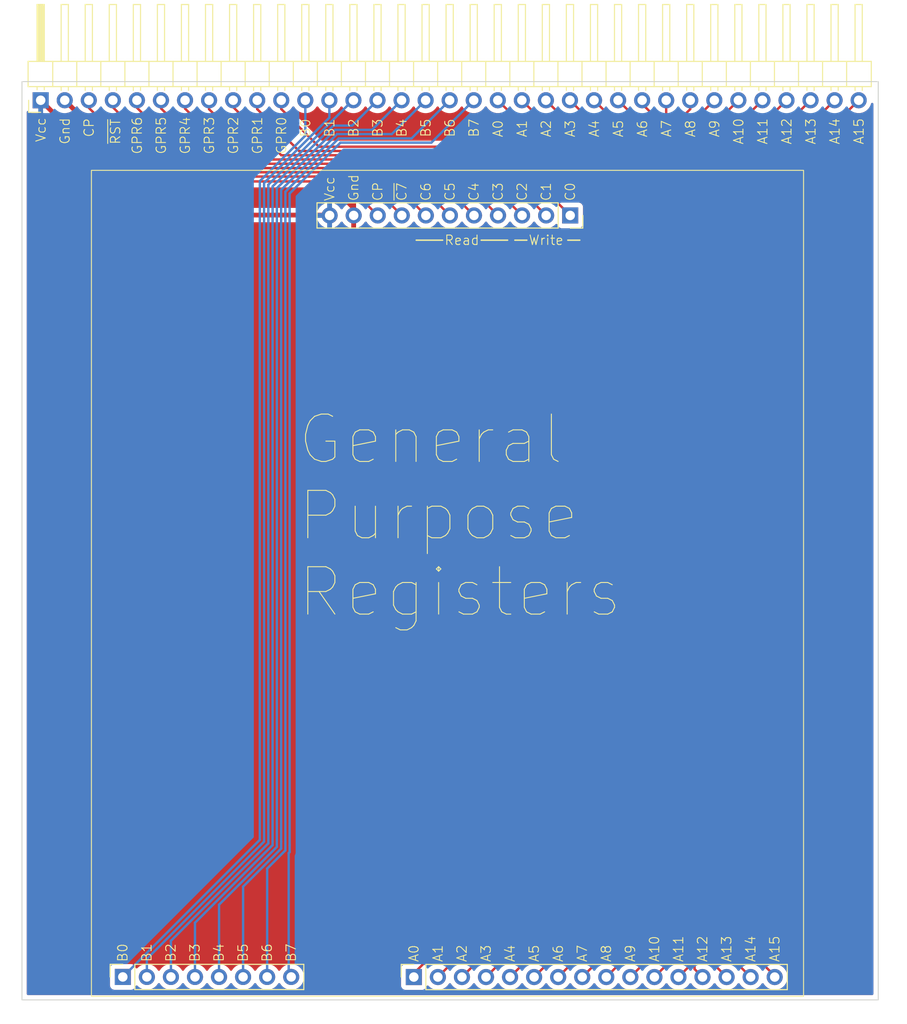
<source format=kicad_pcb>
(kicad_pcb (version 20211014) (generator pcbnew)
  (layers (0 "F.Cu" signal) (31 "B.Cu" signal) (34 "B.Paste" user) (35 "F.Paste" user) (36 "B.SilkS" user "B.Silkscreen") (37 "F.SilkS" user "F.Silkscreen") (38 "B.Mask" user) (39 "F.Mask" user) (44 "Edge.Cuts" user))
  (net 0 "")
  (net 1 "CONTROL0")
  (net 2 "CONTROL1")
  (net 3 "CONTROL2")
  (net 4 "CONTROL3")
  (net 5 "CONTROL4")
  (net 6 "CONTROL5")
  (net 7 "CONTROL6")
  (net 8 "~{CONTROL7}")
  (net 9 "BUS0")
  (net 10 "BUS1")
  (net 11 "BUS2")
  (net 12 "BUS3")
  (net 13 "BUS4")
  (net 14 "BUS5")
  (net 15 "BUS6")
  (net 16 "BUS7")
  (net 17 "ADDR0")
  (net 18 "ADDR1")
  (net 19 "ADDR2")
  (net 20 "ADDR3")
  (net 21 "ADDR4")
  (net 22 "ADDR5")
  (net 23 "ADDR6")
  (net 24 "ADDR7")
  (net 25 "ADDR8")
  (net 26 "ADDR9")
  (net 27 "ADDR10")
  (net 28 "VCC")
  (net 29 "GND")
  (net 30 "CLOCK")
  (net 31 "ADDR15")
  (net 32 "ADDR14")
  (net 33 "ADDR13")
  (net 34 "ADDR12")
  (net 35 "ADDR11")
  (footprint "Connector_PinSocket_2.54mm:PinSocket_1x08_P2.54mm_Vertical" (layer "F.Cu") (at 100.595 152.77 90)
    (fp_text reference "J2" hide)
    (fp_text value "Conn_01x16" hide)
    (fp_line (start -1.33 1.27) (end 1.33 1.27) (layer "F.SilkS") (width 0.12))
    (fp_line (start 1.33 -1.33) (end 1.33 0) (layer "F.SilkS") (width 0.12))
    (fp_line (start -1.33 1.27) (end -1.33 19.11) (layer "F.SilkS") (width 0.12))
    (fp_line (start 0 -1.33) (end 1.33 -1.33) (layer "F.SilkS") (width 0.12))
    (fp_line (start 1.33 1.27) (end 1.33 19.11) (layer "F.SilkS") (width 0.12))
    (fp_line (start -1.33 19.11) (end 1.33 19.11) (layer "F.SilkS") (width 0.12))
    (pad "1" thru_hole rect locked (at 0 0 90) (size 1.7 1.7) (drill 1) (layers *.Cu *.Mask) (net 9 "BUS0"))
    (pad "2" thru_hole oval locked (at 0 2.54 90) (size 1.7 1.7) (drill 1) (layers *.Cu *.Mask) (net 10 "BUS1"))
    (pad "3" thru_hole oval locked (at 0 5.08 90) (size 1.7 1.7) (drill 1) (layers *.Cu *.Mask) (net 11 "BUS2"))
    (pad "4" thru_hole oval locked (at 0 7.62 90) (size 1.7 1.7) (drill 1) (layers *.Cu *.Mask) (net 12 "BUS3"))
    (pad "5" thru_hole oval locked (at 0 10.16 90) (size 1.7 1.7) (drill 1) (layers *.Cu *.Mask) (net 13 "BUS4"))
    (pad "6" thru_hole oval locked (at 0 12.7 90) (size 1.7 1.7) (drill 1) (layers *.Cu *.Mask) (net 14 "BUS5"))
    (pad "7" thru_hole oval locked (at 0 15.24 90) (size 1.7 1.7) (drill 1) (layers *.Cu *.Mask) (net 15 "BUS6"))
    (pad "8" thru_hole oval locked (at 0 17.78 90) (size 1.7 1.7) (drill 1) (layers *.Cu *.Mask) (net 16 "BUS7"))
  )
  (footprint "Connector_PinHeader_2.54mm:PinHeader_1x35_P2.54mm_Horizontal" (layer "F.Cu") (at 91.925 60.3 90)
    (fp_text reference "J3" hide)
    (fp_text value "Conn_01x35" hide)
    (fp_line (start 1.44 77.47) (end 4.1 77.47) (layer "F.SilkS") (width 0.12))
    (fp_line (start 1.042929 65.66) (end 1.44 65.66) (layer "F.SilkS") (width 0.12))
    (fp_line (start 1.042929 73.28) (end 1.44 73.28) (layer "F.SilkS") (width 0.12))
    (fp_line (start 4.1 32.64) (end 10.1 32.64) (layer "F.SilkS") (width 0.12))
    (fp_line (start 1.042929 58.8) (end 1.44 58.8) (layer "F.SilkS") (width 0.12))
    (fp_line (start 1.44 1.27) (end 4.1 1.27) (layer "F.SilkS") (width 0.12))
    (fp_line (start 1.042929 10.54) (end 1.44 10.54) (layer "F.SilkS") (width 0.12))
    (fp_line (start 10.1 43.56) (end 4.1 43.56) (layer "F.SilkS") (width 0.12))
    (fp_line (start 1.042929 17.4) (end 1.44 17.4) (layer "F.SilkS") (width 0.12))
    (fp_line (start 10.1 84.2) (end 4.1 84.2) (layer "F.SilkS") (width 0.12))
    (fp_line (start 1.44 62.23) (end 4.1 62.23) (layer "F.SilkS") (width 0.12))
    (fp_line (start 10.1 48.64) (end 4.1 48.64) (layer "F.SilkS") (width 0.12))
    (fp_line (start 1.042929 7.24) (end 1.44 7.24) (layer "F.SilkS") (width 0.12))
    (fp_line (start 10.1 23.24) (end 4.1 23.24) (layer "F.SilkS") (width 0.12))
    (fp_line (start 10.1 -0.38) (end 10.1 0.38) (layer "F.SilkS") (width 0.12))
    (fp_line (start 10.1 28.32) (end 4.1 28.32) (layer "F.SilkS") (width 0.12))
    (fp_line (start 4.1 35.18) (end 10.1 35.18) (layer "F.SilkS") (width 0.12))
    (fp_line (start 1.042929 41.02) (end 1.44 41.02) (layer "F.SilkS") (width 0.12))
    (fp_line (start 4.1 83.44) (end 10.1 83.44) (layer "F.SilkS") (width 0.12))
    (fp_line (start 10.1 22.48) (end 10.1 23.24) (layer "F.SilkS") (width 0.12))
    (fp_line (start 10.1 35.94) (end 4.1 35.94) (layer "F.SilkS") (width 0.12))
    (fp_line (start 1.44 -1.33) (end 1.44 87.69) (layer "F.SilkS") (width 0.12))
    (fp_line (start 1.44 74.93) (end 4.1 74.93) (layer "F.SilkS") (width 0.12))
    (fp_line (start 10.1 51.18) (end 4.1 51.18) (layer "F.SilkS") (width 0.12))
    (fp_line (start 1.44 57.15) (end 4.1 57.15) (layer "F.SilkS") (width 0.12))
    (fp_line (start 4.1 55.5) (end 10.1 55.5) (layer "F.SilkS") (width 0.12))
    (fp_line (start 10.1 68.96) (end 4.1 68.96) (layer "F.SilkS") (width 0.12))
    (fp_line (start 4.1 87.69) (end 4.1 -1.33) (layer "F.SilkS") (width 0.12))
    (fp_line (start 1.042929 23.24) (end 1.44 23.24) (layer "F.SilkS") (width 0.12))
    (fp_line (start 10.1 55.5) (end 10.1 56.26) (layer "F.SilkS") (width 0.12))
    (fp_line (start 10.1 46.1) (end 4.1 46.1) (layer "F.SilkS") (width 0.12))
    (fp_line (start 10.1 85.98) (end 10.1 86.74) (layer "F.SilkS") (width 0.12))
    (fp_line (start 10.1 74.04) (end 4.1 74.04) (layer "F.SilkS") (width 0.12))
    (fp_line (start 1.042929 70.74) (end 1.44 70.74) (layer "F.SilkS") (width 0.12))
    (fp_line (start 1.042929 68.96) (end 1.44 68.96) (layer "F.SilkS") (width 0.12))
    (fp_line (start 1.042929 8) (end 1.44 8) (layer "F.SilkS") (width 0.12))
    (fp_line (start 4.1 0.16) (end 10.1 0.16) (layer "F.SilkS") (width 0.12))
    (fp_line (start 1.042929 46.1) (end 1.44 46.1) (layer "F.SilkS") (width 0.12))
    (fp_line (start 1.44 26.67) (end 4.1 26.67) (layer "F.SilkS") (width 0.12))
    (fp_line (start 10.1 79.12) (end 4.1 79.12) (layer "F.SilkS") (width 0.12))
    (fp_line (start 1.042929 27.56) (end 1.44 27.56) (layer "F.SilkS") (width 0.12))
    (fp_line (start 1.44 82.55) (end 4.1 82.55) (layer "F.SilkS") (width 0.12))
    (fp_line (start 4.1 25.02) (end 10.1 25.02) (layer "F.SilkS") (width 0.12))
    (fp_line (start 10.1 70.74) (end 10.1 71.5) (layer "F.SilkS") (width 0.12))
    (fp_line (start 10.1 7.24) (end 10.1 8) (layer "F.SilkS") (width 0.12))
    (fp_line (start 10.1 60.58) (end 10.1 61.34) (layer "F.SilkS") (width 0.12))
    (fp_line (start 1.042929 28.32) (end 1.44 28.32) (layer "F.SilkS") (width 0.12))
    (fp_line (start 1.042929 74.04) (end 1.44 74.04) (layer "F.SilkS") (width 0.12))
    (fp_line (start 1.042929 68.2) (end 1.44 68.2) (layer "F.SilkS") (width 0.12))
    (fp_line (start 1.042929 83.44) (end 1.44 83.44) (layer "F.SilkS") (width 0.12))
    (fp_line (start 10.1 25.02) (end 10.1 25.78) (layer "F.SilkS") (width 0.12))
    (fp_line (start -1.27 0) (end -1.27 -1.27) (layer "F.SilkS") (width 0.12))
    (fp_line (start 1.042929 40.26) (end 1.44 40.26) (layer "F.SilkS") (width 0.12))
    (fp_line (start 4.1 78.36) (end 10.1 78.36) (layer "F.SilkS") (width 0.12))
    (fp_line (start 1.042929 38.48) (end 1.44 38.48) (layer "F.SilkS") (width 0.12))
    (fp_line (start 4.1 47.88) (end 10.1 47.88) (layer "F.SilkS") (width 0.12))
    (fp_line (start 10.1 61.34) (end 4.1 61.34) (layer "F.SilkS") (width 0.12))
    (fp_line (start 4.1 63.12) (end 10.1 63.12) (layer "F.SilkS") (width 0.12))
    (fp_line (start 4.1 9.78) (end 10.1 9.78) (layer "F.SilkS") (width 0.12))
    (fp_line (start 1.042929 25.78) (end 1.44 25.78) (layer "F.SilkS") (width 0.12))
    (fp_line (start 4.1 12.32) (end 10.1 12.32) (layer "F.SilkS") (width 0.12))
    (fp_line (start 1.44 21.59) (end 4.1 21.59) (layer "F.SilkS") (width 0.12))
    (fp_line (start 10.1 63.88) (end 4.1 63.88) (layer "F.SilkS") (width 0.12))
    (fp_line (start 10.1 41.02) (end 4.1 41.02) (layer "F.SilkS") (width 0.12))
    (fp_line (start 10.1 27.56) (end 10.1 28.32) (layer "F.SilkS") (width 0.12))
    (fp_line (start 1.042929 47.88) (end 1.44 47.88) (layer "F.SilkS") (width 0.12))
    (fp_line (start 4.1 65.66) (end 10.1 65.66) (layer "F.SilkS") (width 0.12))
    (fp_line (start 10.1 30.86) (end 4.1 30.86) (layer "F.SilkS") (width 0.12))
    (fp_line (start 10.1 58.8) (end 4.1 58.8) (layer "F.SilkS") (width 0.12))
    (fp_line (start 4.1 19.94) (end 10.1 19.94) (layer "F.SilkS") (width 0.12))
    (fp_line (start 4.1 -0.32) (end 10.1 -0.32) (layer "F.SilkS") (width 0.12))
    (fp_line (start 1.042929 75.82) (end 1.44 75.82) (layer "F.SilkS") (width 0.12))
    (fp_line (start 4.1 0.04) (end 10.1 0.04) (layer "F.SilkS") (width 0.12))
    (fp_line (start 10.1 53.72) (end 4.1 53.72) (layer "F.SilkS") (width 0.12))
    (fp_line (start 10.1 10.54) (end 4.1 10.54) (layer "F.SilkS") (width 0.12))
    (fp_line (start 10.1 4.7) (end 10.1 5.46) (layer "F.SilkS") (width 0.12))
    (fp_line (start 1.042929 42.8) (end 1.44 42.8) (layer "F.SilkS") (width 0.12))
    (fp_line (start 10.1 17.4) (end 10.1 18.16) (layer "F.SilkS") (width 0.12))
    (fp_line (start 1.042929 80.9) (end 1.44 80.9) (layer "F.SilkS") (width 0.12))
    (fp_line (start 1.042929 61.34) (end 1.44 61.34) (layer "F.SilkS") (width 0.12))
    (fp_line (start 4.1 75.82) (end 10.1 75.82) (layer "F.SilkS") (width 0.12))
    (fp_line (start 4.1 40.26) (end 10.1 40.26) (layer "F.SilkS") (width 0.12))
    (fp_line (start 10.1 35.18) (end 10.1 35.94) (layer "F.SilkS") (width 0.12))
    (fp_line (start 10.1 45.34) (end 10.1 46.1) (layer "F.SilkS") (width 0.12))
    (fp_line (start 10.1 58.04) (end 10.1 58.8) (layer "F.SilkS") (width 0.12))
    (fp_line (start 1.042929 63.88) (end 1.44 63.88) (layer "F.SilkS") (width 0.12))
    (fp_line (start 1.042929 9.78) (end 1.44 9.78) (layer "F.SilkS") (width 0.12))
    (fp_line (start 4.1 70.74) (end 10.1 70.74) (layer "F.SilkS") (width 0.12))
    (fp_line (start 4.1 -1.33) (end 1.44 -1.33) (layer "F.SilkS") (width 0.12))
    (fp_line (start 10.1 32.64) (end 10.1 33.4) (layer "F.SilkS") (width 0.12))
    (fp_line (start 10.1 81.66) (end 4.1 81.66) (layer "F.SilkS") (width 0.12))
    (fp_line (start 1.44 80.01) (end 4.1 80.01) (layer "F.SilkS") (width 0.12))
    (fp_line (start 1.44 44.45) (end 4.1 44.45) (layer "F.SilkS") (width 0.12))
    (fp_line (start 1.042929 71.5) (end 1.44 71.5) (layer "F.SilkS") (width 0.12))
    (fp_line (start 1.042929 2.92) (end 1.44 2.92) (layer "F.SilkS") (width 0.12))
    (fp_line (start 4.1 80.9) (end 10.1 80.9) (layer "F.SilkS") (width 0.12))
    (fp_line (start 1.042929 20.7) (end 1.44 20.7) (layer "F.SilkS") (width 0.12))
    (fp_line (start 1.042929 18.16) (end 1.44 18.16) (layer "F.SilkS") (width 0.12))
    (fp_line (start 1.042929 15.62) (end 1.44 15.62) (layer "F.SilkS") (width 0.12))
    (fp_line (start 10.1 19.94) (end 10.1 20.7) (layer "F.SilkS") (width 0.12))
    (fp_line (start 4.1 17.4) (end 10.1 17.4) (layer "F.SilkS") (width 0.12))
    (fp_line (start 1.042929 30.86) (end 1.44 30.86) (layer "F.SilkS") (width 0.12))
    (fp_line (start 10.1 15.62) (end 4.1 15.62) (layer "F.SilkS") (width 0.12))
    (fp_line (start 1.44 34.29) (end 4.1 34.29) (layer "F.SilkS") (width 0.12))
    (fp_line (start 4.1 60.58) (end 10.1 60.58) (layer "F.SilkS") (width 0.12))
    (fp_line (start 1.44 24.13) (end 4.1 24.13) (layer "F.SilkS") (width 0.12))
    (fp_line (start 4.1 52.96) (end 10.1 52.96) (layer "F.SilkS") (width 0.12))
    (fp_line (start 1.44 85.09) (end 4.1 85.09) (layer "F.SilkS") (width 0.12))
    (fp_line (start 1.042929 66.42) (end 1.44 66.42) (layer "F.SilkS") (width 0.12))
    (fp_line (start 1.042929 32.64) (end 1.44 32.64) (layer "F.SilkS") (width 0.12))
    (fp_line (start 1.44 3.81) (end 4.1 3.81) (layer "F.SilkS") (width 0.12))
    (fp_line (start 4.1 30.1) (end 10.1 30.1) (layer "F.SilkS") (width 0.12))
    (fp_line (start 4.1 58.04) (end 10.1 58.04) (layer "F.SilkS") (width 0.12))
    (fp_line (start 1.44 36.83) (end 4.1 36.83) (layer "F.SilkS") (width 0.12))
    (fp_line (start 4.1 68.2) (end 10.1 68.2) (layer "F.SilkS") (width 0.12))
    (fp_line (start 10.1 68.2) (end 10.1 68.96) (layer "F.SilkS") (width 0.12))
    (fp_line (start 10.1 78.36) (end 10.1 79.12) (layer "F.SilkS") (width 0.12))
    (fp_line (start 1.44 54.61) (end 4.1 54.61) (layer "F.SilkS") (width 0.12))
    (fp_line (start 1.042929 5.46) (end 1.44 5.46) (layer "F.SilkS") (width 0.12))
    (fp_line (start 10.1 0.38) (end 4.1 0.38) (layer "F.SilkS") (width 0.12))
    (fp_line (start 1.042929 51.18) (end 1.44 51.18) (layer "F.SilkS") (width 0.12))
    (fp_line (start 1.44 31.75) (end 4.1 31.75) (layer "F.SilkS") (width 0.12))
    (fp_line (start 1.44 39.37) (end 4.1 39.37) (layer "F.SilkS") (width 0.12))
    (fp_line (start 4.1 85.98) (end 10.1 85.98) (layer "F.SilkS") (width 0.12))
    (fp_line (start 10.1 86.74) (end 4.1 86.74) (layer "F.SilkS") (width 0.12))
    (fp_line (start 4.1 45.34) (end 10.1 45.34) (layer "F.SilkS") (width 0.12))
    (fp_line (start 1.042929 79.12) (end 1.44 79.12) (layer "F.SilkS") (width 0.12))
    (fp_line (start 1.042929 60.58) (end 1.44 60.58) (layer "F.SilkS") (width 0.12))
    (fp_line (start 1.042929 37.72) (end 1.44 37.72) (layer "F.SilkS") (width 0.12))
    (fp_line (start 1.042929 4.7) (end 1.44 4.7) (layer "F.SilkS") (width 0.12))
    (fp_line (start 10.1 80.9) (end 10.1 81.66) (layer "F.SilkS") (width 0.12))
    (fp_line (start 10.1 76.58) (end 4.1 76.58) (layer "F.SilkS") (width 0.12))
    (fp_line (start 10.1 75.82) (end 10.1 76.58) (layer "F.SilkS") (width 0.12))
    (fp_line (start 1.44 64.77) (end 4.1 64.77) (layer "F.SilkS") (width 0.12))
    (fp_line (start 1.042929 52.96) (end 1.44 52.96) (layer "F.SilkS") (width 0.12))
    (fp_line (start 4.1 27.56) (end 10.1 27.56) (layer "F.SilkS") (width 0.12))
    (fp_line (start 1.042929 50.42) (end 1.44 50.42) (layer "F.SilkS") (width 0.12))
    (fp_line (start 10.1 71.5) (end 4.1 71.5) (layer "F.SilkS") (width 0.12))
    (fp_line (start 1.042929 63.12) (end 1.44 63.12) (layer "F.SilkS") (width 0.12))
    (fp_line (start 1.44 72.39) (end 4.1 72.39) (layer "F.SilkS") (width 0.12))
    (fp_line (start 1.44 19.05) (end 4.1 19.05) (layer "F.SilkS") (width 0.12))
    (fp_line (start 10.1 40.26) (end 10.1 41.02) (layer "F.SilkS") (width 0.12))
    (fp_line (start 10.1 30.1) (end 10.1 30.86) (layer "F.SilkS") (width 0.12))
    (fp_line (start 10.1 13.08) (end 4.1 13.08) (layer "F.SilkS") (width 0.12))
    (fp_line (start 1.042929 43.56) (end 1.44 43.56) (layer "F.SilkS") (width 0.12))
    (fp_line (start 10.1 25.78) (end 4.1 25.78) (layer "F.SilkS") (width 0.12))
    (fp_line (start 4.1 14.86) (end 10.1 14.86) (layer "F.SilkS") (width 0.12))
    (fp_line (start 1.042929 35.18) (end 1.44 35.18) (layer "F.SilkS") (width 0.12))
    (fp_line (start 10.1 5.46) (end 4.1 5.46) (layer "F.SilkS") (width 0.12))
    (fp_line (start 1.042929 78.36) (end 1.44 78.36) (layer "F.SilkS") (width 0.12))
    (fp_line (start 1.44 13.97) (end 4.1 13.97) (layer "F.SilkS") (width 0.12))
    (fp_line (start 10.1 14.86) (end 10.1 15.62) (layer "F.SilkS") (width 0.12))
    (fp_line (start 4.1 42.8) (end 10.1 42.8) (layer "F.SilkS") (width 0.12))
    (fp_line (start 10.1 2.16) (end 10.1 2.92) (layer "F.SilkS") (width 0.12))
    (fp_line (start 1.042929 14.86) (end 1.44 14.86) (layer "F.SilkS") (width 0.12))
    (fp_line (start 1.042929 19.94) (end 1.44 19.94) (layer "F.SilkS") (width 0.12))
    (fp_line (start 10.1 83.44) (end 10.1 84.2) (layer "F.SilkS") (width 0.12))
    (fp_line (start 1.042929 48.64) (end 1.44 48.64) (layer "F.SilkS") (width 0.12))
    (fp_line (start 1.44 46.99) (end 4.1 46.99) (layer "F.SilkS") (width 0.12))
    (fp_line (start 4.1 73.28) (end 10.1 73.28) (layer "F.SilkS") (width 0.12))
    (fp_line (start 1.042929 85.98) (end 1.44 85.98) (layer "F.SilkS") (width 0.12))
    (fp_line (start 10.1 73.28) (end 10.1 74.04) (layer "F.SilkS") (width 0.12))
    (fp_line (start 4.1 37.72) (end 10.1 37.72) (layer "F.SilkS") (width 0.12))
    (fp_line (start 1.44 69.85) (end 4.1 69.85) (layer "F.SilkS") (width 0.12))
    (fp_line (start 4.1 2.16) (end 10.1 2.16) (layer "F.SilkS") (width 0.12))
    (fp_line (start 10.1 52.96) (end 10.1 53.72) (layer "F.SilkS") (width 0.12))
    (fp_line (start 1.11 -0.38) (end 1.44 -0.38) (layer "F.SilkS") (width 0.12))
    (fp_line (start 10.1 18.16) (end 4.1 18.16) (layer "F.SilkS") (width 0.12))
    (fp_line (start 10.1 50.42) (end 10.1 51.18) (layer "F.SilkS") (width 0.12))
    (fp_line (start 1.042929 12.32) (end 1.44 12.32) (layer "F.SilkS") (width 0.12))
    (fp_line (start 1.042929 25.02) (end 1.44 25.02) (layer "F.SilkS") (width 0.12))
    (fp_line (start 4.1 -0.38) (end 10.1 -0.38) (layer "F.SilkS") (width 0.12))
    (fp_line (start 1.042929 58.04) (end 1.44 58.04) (layer "F.SilkS") (width 0.12))
    (fp_line (start 4.1 50.42) (end 10.1 50.42) (layer "F.SilkS") (width 0.12))
    (fp_line (start 10.1 63.12) (end 10.1 63.88) (layer "F.SilkS") (width 0.12))
    (fp_line (start 10.1 12.32) (end 10.1 13.08) (layer "F.SilkS") (width 0.12))
    (fp_line (start 1.042929 56.26) (end 1.44 56.26) (layer "F.SilkS") (width 0.12))
    (fp_line (start 10.1 33.4) (end 4.1 33.4) (layer "F.SilkS") (width 0.12))
    (fp_line (start 1.042929 76.58) (end 1.44 76.58) (layer "F.SilkS") (width 0.12))
    (fp_line (start 4.1 0.28) (end 10.1 0.28) (layer "F.SilkS") (width 0.12))
    (fp_line (start 10.1 56.26) (end 4.1 56.26) (layer "F.SilkS") (width 0.12))
    (fp_line (start 1.44 16.51) (end 4.1 16.51) (layer "F.SilkS") (width 0.12))
    (fp_line (start 1.042929 45.34) (end 1.44 45.34) (layer "F.SilkS") (width 0.12))
    (fp_line (start 10.1 66.42) (end 4.1 66.42) (layer "F.SilkS") (width 0.12))
    (fp_line (start 10.1 37.72) (end 10.1 38.48) (layer "F.SilkS") (width 0.12))
    (fp_line (start 1.44 6.35) (end 4.1 6.35) (layer "F.SilkS") (width 0.12))
    (fp_line (start 10.1 47.88) (end 10.1 48.64) (layer "F.SilkS") (width 0.12))
    (fp_line (start 1.44 59.69) (end 4.1 59.69) (layer "F.SilkS") (width 0.12))
    (fp_line (start 1.11 0.38) (end 1.44 0.38) (layer "F.SilkS") (width 0.12))
    (fp_line (start 1.44 11.43) (end 4.1 11.43) (layer "F.SilkS") (width 0.12))
    (fp_line (start 4.1 7.24) (end 10.1 7.24) (layer "F.SilkS") (width 0.12))
    (fp_line (start 1.44 52.07) (end 4.1 52.07) (layer "F.SilkS") (width 0.12))
    (fp_line (start 1.042929 53.72) (end 1.44 53.72) (layer "F.SilkS") (width 0.12))
    (fp_line (start 1.042929 2.16) (end 1.44 2.16) (layer "F.SilkS") (width 0.12))
    (fp_line (start 4.1 -0.08) (end 10.1 -0.08) (layer "F.SilkS") (width 0.12))
    (fp_line (start 4.1 4.7) (end 10.1 4.7) (layer "F.SilkS") (width 0.12))
    (fp_line (start 1.44 87.69) (end 4.1 87.69) (layer "F.SilkS") (width 0.12))
    (fp_line (start 1.042929 13.08) (end 1.44 13.08) (layer "F.SilkS") (width 0.12))
    (fp_line (start 1.042929 30.1) (end 1.44 30.1) (layer "F.SilkS") (width 0.12))
    (fp_line (start 10.1 42.8) (end 10.1 43.56) (layer "F.SilkS") (width 0.12))
    (fp_line (start 1.042929 84.2) (end 1.44 84.2) (layer "F.SilkS") (width 0.12))
    (fp_line (start 4.1 -0.2) (end 10.1 -0.2) (layer "F.SilkS") (width 0.12))
    (fp_line (start 1.44 29.21) (end 4.1 29.21) (layer "F.SilkS") (width 0.12))
    (fp_line (start 1.44 8.89) (end 4.1 8.89) (layer "F.SilkS") (width 0.12))
    (fp_line (start 10.1 8) (end 4.1 8) (layer "F.SilkS") (width 0.12))
    (fp_line (start 10.1 65.66) (end 10.1 66.42) (layer "F.SilkS") (width 0.12))
    (fp_line (start 10.1 2.92) (end 4.1 2.92) (layer "F.SilkS") (width 0.12))
    (fp_line (start 1.042929 35.94) (end 1.44 35.94) (layer "F.SilkS") (width 0.12))
    (fp_line (start -1.27 -1.27) (end 0 -1.27) (layer "F.SilkS") (width 0.12))
    (fp_line (start 4.1 22.48) (end 10.1 22.48) (layer "F.SilkS") (width 0.12))
    (fp_line (start 1.44 67.31) (end 4.1 67.31) (layer "F.SilkS") (width 0.12))
    (fp_line (start 1.44 49.53) (end 4.1 49.53) (layer "F.SilkS") (width 0.12))
    (fp_line (start 10.1 38.48) (end 4.1 38.48) (layer "F.SilkS") (width 0.12))
    (fp_line (start 1.042929 55.5) (end 1.44 55.5) (layer "F.SilkS") (width 0.12))
    (fp_line (start 1.042929 81.66) (end 1.44 81.66) (layer "F.SilkS") (width 0.12))
    (fp_line (start 1.042929 33.4) (end 1.44 33.4) (layer "F.SilkS") (width 0.12))
    (fp_line (start 1.042929 22.48) (end 1.44 22.48) (layer "F.SilkS") (width 0.12))
    (fp_line (start 10.1 20.7) (end 4.1 20.7) (layer "F.SilkS") (width 0.12))
    (fp_line (start 1.44 41.91) (end 4.1 41.91) (layer "F.SilkS") (width 0.12))
    (fp_line (start 1.042929 86.74) (end 1.44 86.74) (layer "F.SilkS") (width 0.12))
    (fp_line (start 10.1 9.78) (end 10.1 10.54) (layer "F.SilkS") (width 0.12))
    (pad "1" thru_hole rect locked (at 0 0 90) (size 1.7 1.7) (drill 1) (layers *.Cu *.Mask) (net 28 "VCC"))
    (pad "2" thru_hole oval locked (at 0 2.54 90) (size 1.7 1.7) (drill 1) (layers *.Cu *.Mask) (net 29 "GND"))
    (pad "3" thru_hole oval locked (at 0 5.08 90) (size 1.7 1.7) (drill 1) (layers *.Cu *.Mask) (net 30 "CLOCK"))
    (pad "4" thru_hole oval locked (at 0 7.62 90) (size 1.7 1.7) (drill 1) (layers *.Cu *.Mask) (net 8 "~{CONTROL7}"))
    (pad "5" thru_hole oval locked (at 0 10.16 90) (size 1.7 1.7) (drill 1) (layers *.Cu *.Mask) (net 7 "CONTROL6"))
    (pad "6" thru_hole oval locked (at 0 12.7 90) (size 1.7 1.7) (drill 1) (layers *.Cu *.Mask) (net 6 "CONTROL5"))
    (pad "7" thru_hole oval locked (at 0 15.24 90) (size 1.7 1.7) (drill 1) (layers *.Cu *.Mask) (net 5 "CONTROL4"))
    (pad "8" thru_hole oval locked (at 0 17.78 90) (size 1.7 1.7) (drill 1) (layers *.Cu *.Mask) (net 4 "CONTROL3"))
    (pad "9" thru_hole oval locked (at 0 20.32 90) (size 1.7 1.7) (drill 1) (layers *.Cu *.Mask) (net 3 "CONTROL2"))
    (pad "10" thru_hole oval locked (at 0 22.86 90) (size 1.7 1.7) (drill 1) (layers *.Cu *.Mask) (net 2 "CONTROL1"))
    (pad "11" thru_hole oval locked (at 0 25.4 90) (size 1.7 1.7) (drill 1) (layers *.Cu *.Mask) (net 1 "CONTROL0"))
    (pad "12" thru_hole oval locked (at 0 27.94 90) (size 1.7 1.7) (drill 1) (layers *.Cu *.Mask) (net 9 "BUS0"))
    (pad "13" thru_hole oval locked (at 0 30.48 90) (size 1.7 1.7) (drill 1) (layers *.Cu *.Mask) (net 10 "BUS1"))
    (pad "14" thru_hole oval locked (at 0 33.02 90) (size 1.7 1.7) (drill 1) (layers *.Cu *.Mask) (net 11 "BUS2"))
    (pad "15" thru_hole oval locked (at 0 35.56 90) (size 1.7 1.7) (drill 1) (layers *.Cu *.Mask) (net 12 "BUS3"))
    (pad "16" thru_hole oval locked (at 0 38.1 90) (size 1.7 1.7) (drill 1) (layers *.Cu *.Mask) (net 13 "BUS4"))
    (pad "17" thru_hole oval locked (at 0 40.64 90) (size 1.7 1.7) (drill 1) (layers *.Cu *.Mask) (net 14 "BUS5"))
    (pad "18" thru_hole oval locked (at 0 43.18 90) (size 1.7 1.7) (drill 1) (layers *.Cu *.Mask) (net 15 "BUS6"))
    (pad "19" thru_hole oval locked (at 0 45.72 90) (size 1.7 1.7) (drill 1) (layers *.Cu *.Mask) (net 16 "BUS7"))
    (pad "20" thru_hole oval locked (at 0 48.26 90) (size 1.7 1.7) (drill 1) (layers *.Cu *.Mask) (net 17 "ADDR0"))
    (pad "21" thru_hole oval locked (at 0 50.8 90) (size 1.7 1.7) (drill 1) (layers *.Cu *.Mask) (net 18 "ADDR1"))
    (pad "22" thru_hole oval locked (at 0 53.34 90) (size 1.7 1.7) (drill 1) (layers *.Cu *.Mask) (net 19 "ADDR2"))
    (pad "23" thru_hole oval locked (at 0 55.88 90) (size 1.7 1.7) (drill 1) (layers *.Cu *.Mask) (net 20 "ADDR3"))
    (pad "24" thru_hole oval locked (at 0 58.42 90) (size 1.7 1.7) (drill 1) (layers *.Cu *.Mask) (net 21 "ADDR4"))
    (pad "25" thru_hole oval locked (at 0 60.96 90) (size 1.7 1.7) (drill 1) (layers *.Cu *.Mask) (net 22 "ADDR5"))
    (pad "26" thru_hole oval locked (at 0 63.5 90) (size 1.7 1.7) (drill 1) (layers *.Cu *.Mask) (net 23 "ADDR6"))
    (pad "27" thru_hole oval locked (at 0 66.04 90) (size 1.7 1.7) (drill 1) (layers *.Cu *.Mask) (net 24 "ADDR7"))
    (pad "28" thru_hole oval locked (at 0 68.58 90) (size 1.7 1.7) (drill 1) (layers *.Cu *.Mask) (net 25 "ADDR8"))
    (pad "29" thru_hole oval locked (at 0 71.12 90) (size 1.7 1.7) (drill 1) (layers *.Cu *.Mask) (net 26 "ADDR9"))
    (pad "30" thru_hole oval locked (at 0 73.66 90) (size 1.7 1.7) (drill 1) (layers *.Cu *.Mask) (net 27 "ADDR10"))
    (pad "31" thru_hole oval locked (at 0 76.2 90) (size 1.7 1.7) (drill 1) (layers *.Cu *.Mask) (net 35 "ADDR11"))
    (pad "32" thru_hole oval locked (at 0 78.74 90) (size 1.7 1.7) (drill 1) (layers *.Cu *.Mask) (net 34 "ADDR12"))
    (pad "33" thru_hole oval locked (at 0 81.28 90) (size 1.7 1.7) (drill 1) (layers *.Cu *.Mask) (net 33 "ADDR13"))
    (pad "34" thru_hole oval locked (at 0 83.82 90) (size 1.7 1.7) (drill 1) (layers *.Cu *.Mask) (net 32 "ADDR14"))
    (pad "35" thru_hole oval locked (at 0 86.36 90) (size 1.7 1.7) (drill 1) (layers *.Cu *.Mask) (net 31 "ADDR15"))
  )
  (footprint "Connector_PinSocket_2.54mm:PinSocket_1x11_P2.54mm_Vertical" (layer "F.Cu") (at 147.83 72.45 -90)
    (fp_text reference "J1" hide)
    (fp_text value "Conn_01x08" hide)
    (fp_line (start -1.33 26.73) (end 1.33 26.73) (layer "F.SilkS") (width 0.12))
    (fp_line (start 1.33 1.27) (end 1.33 26.73) (layer "F.SilkS") (width 0.12))
    (fp_line (start 0 -1.33) (end 1.33 -1.33) (layer "F.SilkS") (width 0.12))
    (fp_line (start 1.33 -1.33) (end 1.33 0) (layer "F.SilkS") (width 0.12))
    (fp_line (start -1.33 1.27) (end 1.33 1.27) (layer "F.SilkS") (width 0.12))
    (fp_line (start -1.33 1.27) (end -1.33 26.73) (layer "F.SilkS") (width 0.12))
    (pad "1" thru_hole rect locked (at 0 0 270) (size 1.7 1.7) (drill 1) (layers *.Cu *.Mask) (net 1 "CONTROL0"))
    (pad "2" thru_hole oval locked (at 0 2.54 270) (size 1.7 1.7) (drill 1) (layers *.Cu *.Mask) (net 2 "CONTROL1"))
    (pad "3" thru_hole oval locked (at 0 5.08 270) (size 1.7 1.7) (drill 1) (layers *.Cu *.Mask) (net 3 "CONTROL2"))
    (pad "4" thru_hole oval locked (at 0 7.62 270) (size 1.7 1.7) (drill 1) (layers *.Cu *.Mask) (net 4 "CONTROL3"))
    (pad "5" thru_hole oval locked (at 0 10.16 270) (size 1.7 1.7) (drill 1) (layers *.Cu *.Mask) (net 5 "CONTROL4"))
    (pad "6" thru_hole oval locked (at 0 12.7 270) (size 1.7 1.7) (drill 1) (layers *.Cu *.Mask) (net 6 "CONTROL5"))
    (pad "7" thru_hole oval locked (at 0 15.24 270) (size 1.7 1.7) (drill 1) (layers *.Cu *.Mask) (net 7 "CONTROL6"))
    (pad "8" thru_hole oval locked (at 0 17.78 270) (size 1.7 1.7) (drill 1) (layers *.Cu *.Mask) (net 8 "~{CONTROL7}"))
    (pad "9" thru_hole oval locked (at 0 20.32 270) (size 1.7 1.7) (drill 1) (layers *.Cu *.Mask) (net 30 "CLOCK"))
    (pad "10" thru_hole oval locked (at 0 22.86 270) (size 1.7 1.7) (drill 1) (layers *.Cu *.Mask) (net 29 "GND"))
    (pad "11" thru_hole oval locked (at 0 25.4 270) (size 1.7 1.7) (drill 1) (layers *.Cu *.Mask) (net 28 "VCC"))
  )
  (footprint "Connector_PinSocket_2.54mm:PinSocket_1x16_P2.54mm_Vertical" (layer "F.Cu") (at 131.32 152.78 90)
    (fp_text reference "J4" hide)
    (fp_text value "Conn_01x11" hide)
    (fp_line (start -1.33 39.43) (end 1.33 39.43) (layer "F.SilkS") (width 0.12))
    (fp_line (start -1.33 1.27) (end -1.33 39.43) (layer "F.SilkS") (width 0.12))
    (fp_line (start -1.33 1.27) (end 1.33 1.27) (layer "F.SilkS") (width 0.12))
    (fp_line (start 0 -1.33) (end 1.33 -1.33) (layer "F.SilkS") (width 0.12))
    (fp_line (start 1.33 -1.33) (end 1.33 0) (layer "F.SilkS") (width 0.12))
    (fp_line (start 1.33 1.27) (end 1.33 39.43) (layer "F.SilkS") (width 0.12))
    (pad "1" thru_hole rect locked (at 0 0 90) (size 1.7 1.7) (drill 1) (layers *.Cu *.Mask) (net 17 "ADDR0"))
    (pad "2" thru_hole oval locked (at 0 2.54 90) (size 1.7 1.7) (drill 1) (layers *.Cu *.Mask) (net 18 "ADDR1"))
    (pad "3" thru_hole oval locked (at 0 5.08 90) (size 1.7 1.7) (drill 1) (layers *.Cu *.Mask) (net 19 "ADDR2"))
    (pad "4" thru_hole oval locked (at 0 7.62 90) (size 1.7 1.7) (drill 1) (layers *.Cu *.Mask) (net 20 "ADDR3"))
    (pad "5" thru_hole oval locked (at 0 10.16 90) (size 1.7 1.7) (drill 1) (layers *.Cu *.Mask) (net 21 "ADDR4"))
    (pad "6" thru_hole oval locked (at 0 12.7 90) (size 1.7 1.7) (drill 1) (layers *.Cu *.Mask) (net 22 "ADDR5"))
    (pad "7" thru_hole oval locked (at 0 15.24 90) (size 1.7 1.7) (drill 1) (layers *.Cu *.Mask) (net 23 "ADDR6"))
    (pad "8" thru_hole oval locked (at 0 17.78 90) (size 1.7 1.7) (drill 1) (layers *.Cu *.Mask) (net 24 "ADDR7"))
    (pad "9" thru_hole oval locked (at 0 20.32 90) (size 1.7 1.7) (drill 1) (layers *.Cu *.Mask) (net 25 "ADDR8"))
    (pad "10" thru_hole oval locked (at 0 22.86 90) (size 1.7 1.7) (drill 1) (layers *.Cu *.Mask) (net 26 "ADDR9"))
    (pad "11" thru_hole oval locked (at 0 25.4 90) (size 1.7 1.7) (drill 1) (layers *.Cu *.Mask) (net 27 "ADDR10"))
    (pad "12" thru_hole oval locked (at 0 27.94 90) (size 1.7 1.7) (drill 1) (layers *.Cu *.Mask) (net 35 "ADDR11"))
    (pad "13" thru_hole oval locked (at 0 30.48 90) (size 1.7 1.7) (drill 1) (layers *.Cu *.Mask) (net 34 "ADDR12"))
    (pad "14" thru_hole oval locked (at 0 33.02 90) (size 1.7 1.7) (drill 1) (layers *.Cu *.Mask) (net 33 "ADDR13"))
    (pad "15" thru_hole oval locked (at 0 35.56 90) (size 1.7 1.7) (drill 1) (layers *.Cu *.Mask) (net 32 "ADDR14"))
    (pad "16" thru_hole oval locked (at 0 38.1 90) (size 1.7 1.7) (drill 1) (layers *.Cu *.Mask) (net 31 "ADDR15"))
  )
  (gr_line (start 147.574 75.057) (end 148.844 75.057) (layer "F.SilkS") (width 0.15))
  (gr_line (start 134.366 75.057) (end 131.572 75.057) (layer "F.SilkS") (width 0.15))
  (gr_rect (start 172.466 154.813) (end 97.282 67.691) (layer "F.SilkS") (width 0.1) (fill none))
  (gr_line (start 141.224 75.057) (end 138.43 75.057) (layer "F.SilkS") (width 0.15))
  (gr_line (start 143.256 75.057) (end 141.986 75.057) (layer "F.SilkS") (width 0.15))
  (gr_rect (start 89.95 58.33) (end 180.35 155.19) (layer "Edge.Cuts") (width 0.1) (fill none))
  (gr_text "~{RST}" (at 99.822 65.024 90) (layer "F.SilkS") (effects (font (size 1 1) (thickness 0.1)) (justify left)))
  (gr_text "A11" (at 168.148 65.024 90) (layer "F.SilkS") (effects (font (size 1 1) (thickness 0.1)) (justify left)))
  (gr_text "A3" (at 138.938 151.257 90) (layer "F.SilkS") (effects (font (size 1 1) (thickness 0.1)) (justify left)))
  (gr_text "B0" (at 100.584 151.257 90) (layer "F.SilkS") (effects (font (size 1 1) (thickness 0.1)) (justify left)))
  (gr_text "C4" (at 137.668 70.993 90) (layer "F.SilkS") (effects (font (size 1 1) (thickness 0.1)) (justify left)))
  (gr_text "C0" (at 147.828 70.993 90) (layer "F.SilkS") (effects (font (size 1 1) (thickness 0.1)) (justify left)))
  (gr_text "B5" (at 132.588 64.262 90) (layer "F.SilkS") (effects (font (size 1 1) (thickness 0.1)) (justify left)))
  (gr_text "General\nPurpose\nRegisters" (at 118.872 104.14) (layer "F.SilkS") (effects (font (size 5 5) (thickness 0.1)) (justify left)))
  (gr_text "C2" (at 142.748 70.993 90) (layer "F.SilkS") (effects (font (size 1 1) (thickness 0.1)) (justify left)))
  (gr_text "B1" (at 103.124 151.257 90) (layer "F.SilkS") (effects (font (size 1 1) (thickness 0.1)) (justify left)))
  (gr_text "B2" (at 124.968 64.262 90) (layer "F.SilkS") (effects (font (size 1 1) (thickness 0.1)) (justify left)))
  (gr_text "A3" (at 147.828 64.262 90) (layer "F.SilkS") (effects (font (size 1 1) (thickness 0.1)) (justify left)))
  (gr_text "C3" (at 140.208 70.993 90) (layer "F.SilkS") (effects (font (size 1 1) (thickness 0.1)) (justify left)))
  (gr_text "A8" (at 160.528 64.262 90) (layer "F.SilkS") (effects (font (size 1 1) (thickness 0.1)) (justify left)))
  (gr_text "Gnd" (at 94.488 65.024 90) (layer "F.SilkS") (effects (font (size 1 1) (thickness 0.1)) (justify left)))
  (gr_text "CP" (at 127.508 70.993 90) (layer "F.SilkS") (effects (font (size 1 1) (thickness 0.1)) (justify left)))
  (gr_text "GPR1" (at 114.808 61.976 90) (layer "F.SilkS") (effects (font (size 1 1) (thickness 0.1)) (justify right)))
  (gr_text "B3" (at 127.508 64.262 90) (layer "F.SilkS") (effects (font (size 1 1) (thickness 0.1)) (justify left)))
  (gr_text "A4" (at 150.368 64.262 90) (layer "F.SilkS") (effects (font (size 1 1) (thickness 0.1)) (justify left)))
  (gr_text "A6" (at 155.448 64.262 90) (layer "F.SilkS") (effects (font (size 1 1) (thickness 0.1)) (justify left)))
  (gr_text "A10" (at 165.608 65.024 90) (layer "F.SilkS") (effects (font (size 1 1) (thickness 0.1)) (justify left)))
  (gr_text "GPR2" (at 112.268 61.976 90) (layer "F.SilkS") (effects (font (size 1 1) (thickness 0.1)) (justify right)))
  (gr_text "B5" (at 113.284 151.257 90) (layer "F.SilkS") (effects (font (size 1 1) (thickness 0.1)) (justify left)))
  (gr_text "A7" (at 157.988 64.262 90) (layer "F.SilkS") (effects (font (size 1 1) (thickness 0.1)) (justify left)))
  (gr_text "CP" (at 97.028 64.262 90) (layer "F.SilkS") (effects (font (size 1 1) (thickness 0.1)) (justify left)))
  (gr_text "Write" (at 145.288 75.057) (layer "F.SilkS") (effects (font (size 1 1) (thickness 0.1))))
  (gr_text "Vcc" (at 91.948 64.77 90) (layer "F.SilkS") (effects (font (size 1 1) (thickness 0.1)) (justify left)))
  (gr_text "A5" (at 152.908 64.262 90) (layer "F.SilkS") (effects (font (size 1 1) (thickness 0.1)) (justify left)))
  (gr_text "Vcc" (at 122.428 70.993 90) (layer "F.SilkS") (effects (font (size 1 1) (thickness 0.1)) (justify left)))
  (gr_text "A14" (at 166.878 151.257 90) (layer "F.SilkS") (effects (font (size 1 1) (thickness 0.1)) (justify left)))
  (gr_text "A0" (at 131.318 151.257 90) (layer "F.SilkS") (effects (font (size 1 1) (thickness 0.1)) (justify left)))
  (gr_text "GPR3" (at 109.728 61.976 90) (layer "F.SilkS") (effects (font (size 1 1) (thickness 0.1)) (justify right)))
  (gr_text "A15" (at 178.308 65.024 90) (layer "F.SilkS") (effects (font (size 1 1) (thickness 0.1)) (justify left)))
  (gr_text "A1" (at 133.858 151.257 90) (layer "F.SilkS") (effects (font (size 1 1) (thickness 0.1)) (justify left)))
  (gr_text "GPR0" (at 117.348 61.976 90) (layer "F.SilkS") (effects (font (size 1 1) (thickness 0.1)) (justify right)))
  (gr_text "A13" (at 173.228 65.024 90) (layer "F.SilkS") (effects (font (size 1 1) (thickness 0.1)) (justify left)))
  (gr_text "B0" (at 119.888 64.262 90) (layer "F.SilkS") (effects (font (size 1 1) (thickness 0.1)) (justify left)))
  (gr_text "B1" (at 122.428 64.262 90) (layer "F.SilkS") (effects (font (size 1 1) (thickness 0.1)) (justify left)))
  (gr_text "B7" (at 137.668 64.262 90) (layer "F.SilkS") (effects (font (size 1 1) (thickness 0.1)) (justify left)))
  (gr_text "C6" (at 132.588 70.993 90) (layer "F.SilkS") (effects (font (size 1 1) (thickness 0.1)) (justify left)))
  (gr_text "A7" (at 149.098 151.257 90) (layer "F.SilkS") (effects (font (size 1 1) (thickness 0.1)) (justify left)))
  (gr_text "C1" (at 145.288 70.993 90) (layer "F.SilkS") (effects (font (size 1 1) (thickness 0.1)) (justify left)))
  (gr_text "A2" (at 136.398 151.257 90) (layer "F.SilkS") (effects (font (size 1 1) (thickness 0.1)) (justify left)))
  (gr_text "A14" (at 175.768 65.024 90) (layer "F.SilkS") (effects (font (size 1 1) (thickness 0.1)) (justify left)))
  (gr_text "A5" (at 144.018 151.257 90) (layer "F.SilkS") (effects (font (size 1 1) (thickness 0.1)) (justify left)))
  (gr_text "B6" (at 115.824 151.257 90) (layer "F.SilkS") (effects (font (size 1 1) (thickness 0.1)) (justify left)))
  (gr_text "B4" (at 130.048 64.262 90) (layer "F.SilkS") (effects (font (size 1 1) (thickness 0.1)) (justify left)))
  (gr_text "GPR6" (at 102.108 61.976 90) (layer "F.SilkS") (effects (font (size 1 1) (thickness 0.1)) (justify right)))
  (gr_text "A1" (at 142.748 64.262 90) (layer "F.SilkS") (effects (font (size 1 1) (thickness 0.1)) (justify left)))
  (gr_text "A6" (at 146.558 151.257 90) (layer "F.SilkS") (effects (font (size 1 1) (thickness 0.1)) (justify left)))
  (gr_text "~{C7}" (at 130.048 70.993 90) (layer "F.SilkS") (effects (font (size 1 1) (thickness 0.1)) (justify left)))
  (gr_text "A8" (at 151.638 151.257 90) (layer "F.SilkS") (effects (font (size 1 1) (thickness 0.1)) (justify left)))
  (gr_text "A12" (at 161.798 151.257 90) (layer "F.SilkS") (effects (font (size 1 1) (thickness 0.1)) (justify left)))
  (gr_text "GPR4" (at 107.188 61.976 90) (layer "F.SilkS") (effects (font (size 1 1) (thickness 0.1)) (justify right)))
  (gr_text "B7" (at 118.364 151.257 90) (layer "F.SilkS") (effects (font (size 1 1) (thickness 0.1)) (justify left)))
  (gr_text "A11" (at 159.258 151.257 90) (layer "F.SilkS") (effects (font (size 1 1) (thickness 0.1)) (justify left)))
  (gr_text "B3" (at 108.204 151.257 90) (layer "F.SilkS") (effects (font (size 1 1) (thickness 0.1)) (justify left)))
  (gr_text "GPR5" (at 104.648 61.976 90) (layer "F.SilkS") (effects (font (size 1 1) (thickness 0.1)) (justify right)))
  (gr_text "A9" (at 154.178 151.257 90) (layer "F.SilkS") (effects (font (size 1 1) (thickness 0.1)) (justify left)))
  (gr_text "Read" (at 136.398 75.057) (layer "F.SilkS") (effects (font (size 1 1) (thickness 0.1))))
  (gr_text "A0" (at 140.208 64.262 90) (layer "F.SilkS") (effects (font (size 1 1) (thickness 0.1)) (justify left)))
  (gr_text "B6" (at 135.128 64.262 90) (layer "F.SilkS") (effects (font (size 1 1) (thickness 0.1)) (justify left)))
  (gr_text "A13" (at 164.338 151.257 90) (layer "F.SilkS") (effects (font (size 1 1) (thickness 0.1)) (justify left)))
  (gr_text "B2" (at 105.664 151.257 90) (layer "F.SilkS") (effects (font (size 1 1) (thickness 0.1)) (justify left)))
  (gr_text "C5" (at 135.128 70.993 90) (layer "F.SilkS") (effects (font (size 1 1) (thickness 0.1)) (justify left)))
  (gr_text "Gnd" (at 124.968 70.993 90) (layer "F.SilkS") (effects (font (size 1 1) (thickness 0.1)) (justify left)))
  (gr_text "A9" (at 163.068 64.262 90) (layer "F.SilkS") (effects (font (size 1 1) (thickness 0.1)) (justify left)))
  (gr_text "A10" (at 156.718 151.257 90) (layer "F.SilkS") (effects (font (size 1 1) (thickness 0.1)) (justify left)))
  (gr_text "A12" (at 170.688 65.024 90) (layer "F.SilkS") (effects (font (size 1 1) (thickness 0.1)) (justify left)))
  (gr_text "A15" (at 169.418 151.257 90) (layer "F.SilkS") (effects (font (size 1 1) (thickness 0.1)) (justify left)))
  (gr_text "B4" (at 110.744 151.257 90) (layer "F.SilkS") (effects (font (size 1 1) (thickness 0.1)) (justify left)))
  (gr_text "A4" (at 141.478 151.257 90) (layer "F.SilkS") (effects (font (size 1 1) (thickness 0.1)) (justify left)))
  (gr_text "A2" (at 145.288 64.262 90) (layer "F.SilkS") (effects (font (size 1 1) (thickness 0.1)) (justify left)))
  (segment (start 140.58 65.2) (end 147.83 72.45) (width 0.25) (layer "F.Cu") (net 1))
  (segment (start 121.3 65.2) (end 140.58 65.2) (width 0.25) (layer "F.Cu") (net 1))
  (segment (start 117.325 61.225) (end 121.3 65.2) (width 0.25) (layer "F.Cu") (net 1))
  (segment (start 117.325 60.3) (end 117.325 61.225) (width 0.25) (layer "F.Cu") (net 1))
  (segment (start 114.785 61.235) (end 119.199511 65.649511) (width 0.25) (layer "F.Cu") (net 2))
  (segment (start 119.199511 65.649511) (end 138.489511 65.649511) (width 0.25) (layer "F.Cu") (net 2))
  (segment (start 114.785 60.3) (end 114.785 61.235) (width 0.25) (layer "F.Cu") (net 2))
  (segment (start 138.489511 65.649511) (end 145.29 72.45) (width 0.25) (layer "F.Cu") (net 2))
  (segment (start 136.399021 66.099021) (end 142.75 72.45) (width 0.25) (layer "F.Cu") (net 3))
  (segment (start 112.245 61.015) (end 117.329021 66.099021) (width 0.25) (layer "F.Cu") (net 3))
  (segment (start 112.245 60.3) (end 112.245 61.015) (width 0.25) (layer "F.Cu") (net 3))
  (segment (start 117.329021 66.099021) (end 136.399021 66.099021) (width 0.25) (layer "F.Cu") (net 3))
  (segment (start 115.008531 66.548531) (end 134.308531 66.548531) (width 0.25) (layer "F.Cu") (net 4))
  (segment (start 109.705 60.3) (end 109.705 61.245) (width 0.25) (layer "F.Cu") (net 4))
  (segment (start 134.308531 66.548531) (end 140.21 72.45) (width 0.25) (layer "F.Cu") (net 4))
  (segment (start 109.705 61.245) (end 115.008531 66.548531) (width 0.25) (layer "F.Cu") (net 4))
  (segment (start 112.988041 66.998041) (end 132.218041 66.998041) (width 0.25) (layer "F.Cu") (net 5))
  (segment (start 107.165 60.3) (end 107.165 61.175) (width 0.25) (layer "F.Cu") (net 5))
  (segment (start 132.218041 66.998041) (end 137.67 72.45) (width 0.25) (layer "F.Cu") (net 5))
  (segment (start 107.165 61.175) (end 112.988041 66.998041) (width 0.25) (layer "F.Cu") (net 5))
  (segment (start 104.625 60.3) (end 104.625 61.155) (width 0.25) (layer "F.Cu") (net 6))
  (segment (start 104.625 61.155) (end 110.917551 67.447551) (width 0.25) (layer "F.Cu") (net 6))
  (segment (start 110.917551 67.447551) (end 130.127551 67.447551) (width 0.25) (layer "F.Cu") (net 6))
  (segment (start 130.127551 67.447551) (end 135.13 72.45) (width 0.25) (layer "F.Cu") (net 6))
  (segment (start 102.085 60.3) (end 102.085 61.085) (width 0.25) (layer "F.Cu") (net 7))
  (segment (start 128.037066 67.897066) (end 132.59 72.45) (width 0.25) (layer "F.Cu") (net 7))
  (segment (start 108.897066 67.897066) (end 128.037066 67.897066) (width 0.25) (layer "F.Cu") (net 7))
  (segment (start 102.085 61.085) (end 108.897066 67.897066) (width 0.25) (layer "F.Cu") (net 7))
  (segment (start 125.946578 68.346578) (end 130.05 72.45) (width 0.25) (layer "F.Cu") (net 8))
  (segment (start 99.545 60.3) (end 99.545 61.035) (width 0.25) (layer "F.Cu") (net 8))
  (segment (start 99.545 61.035) (end 106.856578 68.346578) (width 0.25) (layer "F.Cu") (net 8))
  (segment (start 106.856578 68.346578) (end 125.946578 68.346578) (width 0.25) (layer "F.Cu") (net 8))
  (segment locked (start 115.062 68.834) (end 115.062 138.303) (width 0.25) (layer "B.Cu") (net 9))
  (segment (start 119.865 60.3) (end 119.865 64.031) (width 0.25) (layer "B.Cu") (net 9))
  (segment (start 119.865 64.031) (end 115.062 68.834) (width 0.25) (layer "B.Cu") (net 9))
  (segment (start 115.062 138.303) (end 100.595 152.77) (width 0.25) (layer "B.Cu") (net 9))
  (segment (start 122.405 62.126704) (end 115.51152 69.020184) (width 0.25) (layer "B.Cu") (net 10))
  (segment (start 103.135 150.865717) (end 103.135 152.77) (width 0.25) (layer "B.Cu") (net 10))
  (segment (start 115.51152 69.020184) (end 115.51152 138.489197) (width 0.25) (layer "B.Cu") (net 10))
  (segment (start 115.51152 138.489197) (end 103.135 150.865717) (width 0.25) (layer "B.Cu") (net 10))
  (segment (start 122.405 60.3) (end 122.405 62.126704) (width 0.25) (layer "B.Cu") (net 10))
  (segment (start 115.961031 69.206377) (end 124.867408 60.3) (width 0.25) (layer "B.Cu") (net 11))
  (segment (start 105.675 152.77) (end 105.675 148.961421) (width 0.25) (layer "B.Cu") (net 11))
  (segment (start 105.675 148.961421) (end 115.961031 138.67539) (width 0.25) (layer "B.Cu") (net 11))
  (segment (start 124.867408 60.3) (end 124.945 60.3) (width 0.25) (layer "B.Cu") (net 11))
  (segment (start 115.961031 138.67539) (end 115.961031 69.206377) (width 0.25) (layer "B.Cu") (net 11))
  (segment (start 108.215 147.057125) (end 116.410542 138.861583) (width 0.25) (layer "B.Cu") (net 12))
  (segment (start 116.410542 69.39257) (end 122.831156 62.971956) (width 0.25) (layer "B.Cu") (net 12))
  (segment (start 124.813044 62.971956) (end 127.485 60.3) (width 0.25) (layer "B.Cu") (net 12))
  (segment (start 122.831156 62.971956) (end 124.813044 62.971956) (width 0.25) (layer "B.Cu") (net 12))
  (segment (start 108.215 152.77) (end 108.215 147.057125) (width 0.25) (layer "B.Cu") (net 12))
  (segment (start 116.410541 138.489196) (end 116.410542 69.39257) (width 0.25) (layer "B.Cu") (net 12))
  (segment (start 116.410542 138.861583) (end 116.410541 138.489196) (width 0.25) (layer "B.Cu") (net 12))
  (segment (start 126.903533 63.421467) (end 130.025 60.3) (width 0.25) (layer "B.Cu") (net 13))
  (segment (start 116.860053 69.578763) (end 123.017349 63.421467) (width 0.25) (layer "B.Cu") (net 13))
  (segment (start 110.755 145.152829) (end 116.860053 139.047775) (width 0.25) (layer "B.Cu") (net 13))
  (segment (start 110.755 152.77) (end 110.755 145.152829) (width 0.25) (layer "B.Cu") (net 13))
  (segment (start 116.860053 139.047775) (end 116.860052 138.303002) (width 0.25) (layer "B.Cu") (net 13))
  (segment (start 123.017349 63.421467) (end 126.903533 63.421467) (width 0.25) (layer "B.Cu") (net 13))
  (segment (start 116.860052 138.303002) (end 116.860053 69.578763) (width 0.25) (layer "B.Cu") (net 13))
  (segment (start 117.309563 138.489195) (end 117.309564 69.764956) (width 0.25) (layer "B.Cu") (net 14))
  (segment (start 117.309564 139.233968) (end 117.309563 138.489195) (width 0.25) (layer "B.Cu") (net 14))
  (segment (start 117.309564 69.764956) (end 123.203542 63.870978) (width 0.25) (layer "B.Cu") (net 14))
  (segment (start 113.295 152.77) (end 113.295 143.248533) (width 0.25) (layer "B.Cu") (net 14))
  (segment (start 123.203542 63.870978) (end 128.994022 63.870978) (width 0.25) (layer "B.Cu") (net 14))
  (segment (start 113.295 143.248533) (end 117.309564 139.233968) (width 0.25) (layer "B.Cu") (net 14))
  (segment (start 128.994022 63.870978) (end 132.565 60.3) (width 0.25) (layer "B.Cu") (net 14))
  (segment (start 117.759075 139.420161) (end 117.759074 138.675388) (width 0.25) (layer "B.Cu") (net 15))
  (segment (start 115.835 141.344237) (end 117.759075 139.420161) (width 0.25) (layer "B.Cu") (net 15))
  (segment (start 131.084511 64.320489) (end 135.105 60.3) (width 0.25) (layer "B.Cu") (net 15))
  (segment (start 117.759074 138.675388) (end 117.759075 69.951149) (width 0.25) (layer "B.Cu") (net 15))
  (segment (start 115.835 152.77) (end 115.835 141.344237) (width 0.25) (layer "B.Cu") (net 15))
  (segment (start 117.759075 69.951149) (end 123.389735 64.320489) (width 0.25) (layer "B.Cu") (net 15))
  (segment (start 123.389735 64.320489) (end 131.084511 64.320489) (width 0.25) (layer "B.Cu") (net 15))
  (segment (start 118.208586 139.606354) (end 118.208585 138.861581) (width 0.25) (layer "B.Cu") (net 16))
  (segment (start 118.375 152.77) (end 118.11 152.505) (width 0.25) (layer "B.Cu") (net 16))
  (segment (start 133.175 64.77) (end 137.645 60.3) (width 0.25) (layer "B.Cu") (net 16))
  (segment (start 118.208585 138.861581) (end 118.208586 70.137342) (width 0.25) (layer "B.Cu") (net 16))
  (segment (start 118.208586 70.137342) (end 123.575928 64.77) (width 0.25) (layer "B.Cu") (net 16))
  (segment (start 118.11 139.70494) (end 118.208586 139.606354) (width 0.25) (layer "B.Cu") (net 16))
  (segment (start 123.575928 64.77) (end 133.175 64.77) (width 0.25) (layer "B.Cu") (net 16))
  (segment (start 118.11 152.505) (end 118.11 139.70494) (width 0.25) (layer "B.Cu") (net 16))
  (segment (start 131.32 152.398) (end 131.32 152.78) (width 0.25) (layer "F.Cu") (net 17))
  (segment (start 155.563346 75.678346) (end 155.563346 128.154654) (width 0.25) (layer "F.Cu") (net 17))
  (segment (start 155.563346 128.154654) (end 131.32 152.398) (width 0.25) (layer "F.Cu") (net 17))
  (segment (start 140.185 60.3) (end 155.563346 75.678346) (width 0.25) (layer "F.Cu") (net 17))
  (segment (start 156.012847 130.627153) (end 133.86 152.78) (width 0.25) (layer "F.Cu") (net 18))
  (segment (start 142.725 60.3) (end 156.012847 73.587847) (width 0.25) (layer "F.Cu") (net 18))
  (segment (start 156.012847 73.587847) (end 156.012847 130.627153) (width 0.25) (layer "F.Cu") (net 18))
  (segment (start 156.462357 132.717643) (end 156.462357 71.497357) (width 0.25) (layer "F.Cu") (net 19))
  (segment (start 136.4 152.78) (end 156.462357 132.717643) (width 0.25) (layer "F.Cu") (net 19))
  (segment (start 156.462357 71.497357) (end 145.265 60.3) (width 0.25) (layer "F.Cu") (net 19))
  (segment (start 156.911868 134.808132) (end 138.94 152.78) (width 0.25) (layer "F.Cu") (net 20))
  (segment (start 156.911868 69.406868) (end 156.911868 134.808132) (width 0.25) (layer "F.Cu") (net 20))
  (segment (start 147.805 60.3) (end 156.911868 69.406868) (width 0.25) (layer "F.Cu") (net 20))
  (segment (start 141.48 152.78) (end 157.36139 136.89861) (width 0.25) (layer "F.Cu") (net 21))
  (segment (start 157.36139 136.89861) (end 157.36139 67.31639) (width 0.25) (layer "F.Cu") (net 21))
  (segment (start 157.36139 67.31639) (end 150.345 60.3) (width 0.25) (layer "F.Cu") (net 21))
  (segment (start 157.8109 138.9891) (end 157.8109 65.2259) (width 0.25) (layer "F.Cu") (net 22))
  (segment (start 144.02 152.78) (end 157.8109 138.9891) (width 0.25) (layer "F.Cu") (net 22))
  (segment (start 157.8109 65.2259) (end 152.885 60.3) (width 0.25) (layer "F.Cu") (net 22))
  (segment (start 146.56 152.78) (end 158.26041 141.07959) (width 0.25) (layer "F.Cu") (net 23))
  (segment (start 155.425 60.683) (end 155.425 60.3) (width 0.25) (layer "F.Cu") (net 23))
  (segment (start 158.26041 141.07959) (end 158.26041 63.51841) (width 0.25) (layer "F.Cu") (net 23))
  (segment (start 158.26041 63.51841) (end 155.425 60.683) (width 0.25) (layer "F.Cu") (net 23))
  (segment (start 157.965 62.10854) (end 157.965 60.3) (width 0.25) (layer "F.Cu") (net 24))
  (segment (start 149.1 152.78) (end 158.70992 143.17008) (width 0.25) (layer "F.Cu") (net 24))
  (segment (start 158.70992 143.17008) (end 158.70992 62.85346) (width 0.25) (layer "F.Cu") (net 24))
  (segment (start 158.70992 62.85346) (end 157.965 62.10854) (width 0.25) (layer "F.Cu") (net 24))
  (segment (start 159.15943 145.26057) (end 159.15943 62.58257) (width 0.25) (layer "F.Cu") (net 25))
  (segment (start 160.505 61.237) (end 160.505 60.3) (width 0.25) (layer "F.Cu") (net 25))
  (segment (start 151.64 152.78) (end 159.15943 145.26057) (width 0.25) (layer "F.Cu") (net 25))
  (segment (start 159.15943 62.58257) (end 160.505 61.237) (width 0.25) (layer "F.Cu") (net 25))
  (segment (start 154.18 152.78) (end 159.60894 147.35106) (width 0.25) (layer "F.Cu") (net 26))
  (segment (start 159.60894 63.73606) (end 163.045 60.3) (width 0.25) (layer "F.Cu") (net 26))
  (segment (start 159.60894 147.35106) (end 159.60894 63.73606) (width 0.25) (layer "F.Cu") (net 26))
  (segment (start 160.05845 149.44155) (end 160.05845 65.82655) (width 0.25) (layer "F.Cu") (net 27))
  (segment (start 156.72 152.78) (end 160.05845 149.44155) (width 0.25) (layer "F.Cu") (net 27))
  (segment (start 160.05845 65.82655) (end 165.585 60.3) (width 0.25) (layer "F.Cu") (net 27))
  (segment (start 104.035 72.41) (end 122.39 72.41) (width 0.5) (layer "F.Cu") (net 28))
  (segment (start 91.925 60.3) (end 104.035 72.41) (width 0.5) (layer "F.Cu") (net 28))
  (segment (start 122.39 72.41) (end 122.43 72.45) (width 0.5) (layer "F.Cu") (net 28))
  (segment (start 94.465 60.3) (end 104.375 70.21) (width 0.5) (layer "F.Cu") (net 29))
  (segment (start 124.97 71.67) (end 124.97 72.45) (width 0.5) (layer "F.Cu") (net 29))
  (segment (start 104.375 70.21) (end 123.51 70.21) (width 0.5) (layer "F.Cu") (net 29))
  (segment (start 123.51 70.21) (end 124.97 71.67) (width 0.5) (layer "F.Cu") (net 29))
  (segment (start 104.77 68.86) (end 123.92 68.86) (width 0.25) (layer "F.Cu") (net 30))
  (segment (start 123.92 68.86) (end 127.51 72.45) (width 0.25) (layer "F.Cu") (net 30))
  (segment (start 97.005 61.095) (end 104.77 68.86) (width 0.25) (layer "F.Cu") (net 30))
  (segment (start 97.005 60.3) (end 97.005 61.095) (width 0.25) (layer "F.Cu") (net 30))
  (segment (start 162.306 145.542) (end 162.306 76.279) (width 0.25) (layer "F.Cu") (net 31))
  (segment (start 169.42 152.78) (end 169.42 152.656) (width 0.25) (layer "F.Cu") (net 31))
  (segment (start 169.42 152.656) (end 162.306 145.542) (width 0.25) (layer "F.Cu") (net 31))
  (segment (start 162.306 76.279) (end 178.285 60.3) (width 0.25) (layer "F.Cu") (net 31))
  (segment (start 161.85649 147.75649) (end 161.85649 74.18851) (width 0.25) (layer "F.Cu") (net 32))
  (segment (start 166.88 152.78) (end 161.85649 147.75649) (width 0.25) (layer "F.Cu") (net 32))
  (segment (start 161.85649 74.18851) (end 175.745 60.3) (width 0.25) (layer "F.Cu") (net 32))
  (segment (start 164.34 152.78) (end 161.40698 149.84698) (width 0.25) (layer "F.Cu") (net 33))
  (segment (start 161.40698 72.09802) (end 173.205 60.3) (width 0.25) (layer "F.Cu") (net 33))
  (segment (start 161.40698 149.84698) (end 161.40698 72.09802) (width 0.25) (layer "F.Cu") (net 33))
  (segment (start 161.8 152.78) (end 160.95747 151.93747) (width 0.25) (layer "F.Cu") (net 34))
  (segment (start 160.95747 151.93747) (end 160.95747 70.00753) (width 0.25) (layer "F.Cu") (net 34))
  (segment (start 160.95747 70.00753) (end 170.665 60.3) (width 0.25) (layer "F.Cu") (net 34))
  (segment (start 159.26 152.78) (end 160.50796 151.53204) (width 0.25) (layer "F.Cu") (net 35))
  (segment (start 160.50796 67.91704) (end 168.125 60.3) (width 0.25) (layer "F.Cu") (net 35))
  (segment (start 160.50796 151.53204) (end 160.50796 67.91704) (width 0.25) (layer "F.Cu") (net 35))
  (zone (net 29) (net_name "GND") (layer "F.Cu") (connect_pads (clearance 0.508)) (min_thickness 0.254) (fill yes (thermal_gap 0.508) (thermal_bridge_width 0.508))
    (polygon (pts (xy 181.102 57.912) (xy 182.118 156.718) (xy 88.646 157.226) (xy 89.154 57.658)))
  )
  (zone (net 28) (net_name "VCC") (layer "B.Cu") (connect_pads (clearance 0.508)) (min_thickness 0.254) (fill yes (thermal_gap 0.508) (thermal_bridge_width 0.508))
    (polygon (pts (xy 183.388 157.734) (xy 87.63 157.48) (xy 88.138 56.642) (xy 182.88 54.864)))
  )
)
</source>
